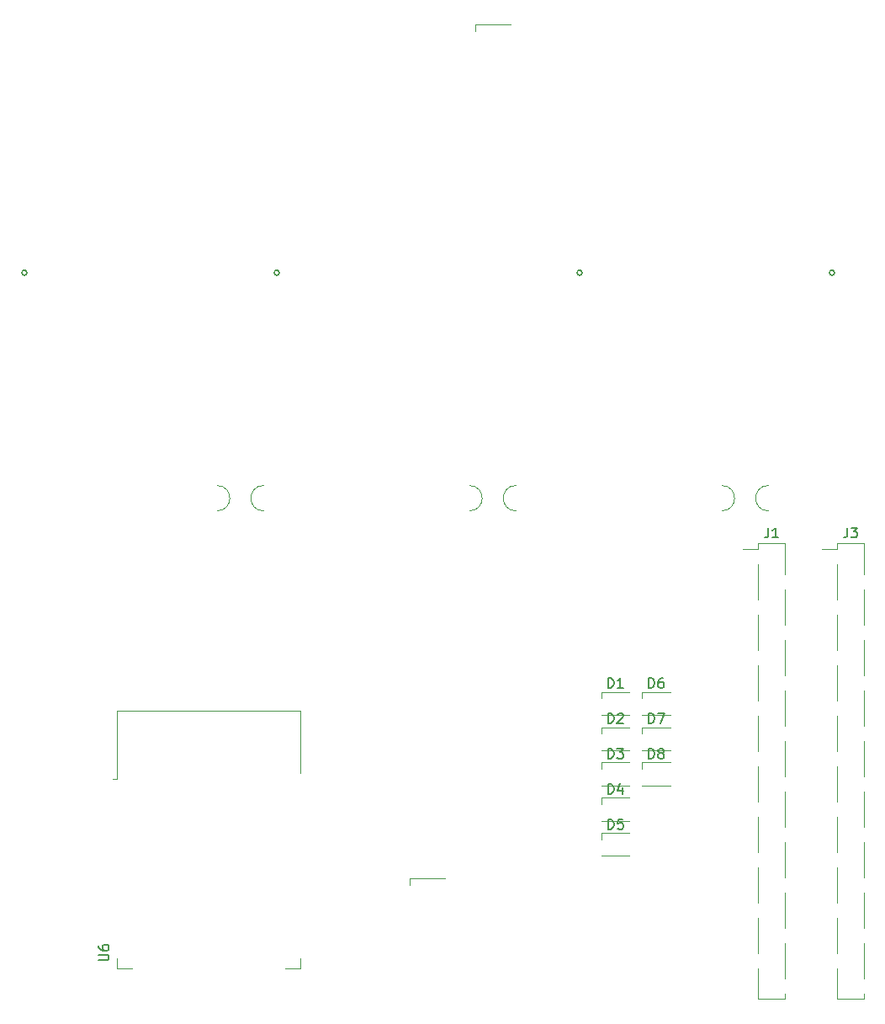
<source format=gbr>
%TF.GenerationSoftware,KiCad,Pcbnew,7.0.10*%
%TF.CreationDate,2024-02-10T11:13:50-05:00*%
%TF.ProjectId,Nixie Clock,4e697869-6520-4436-9c6f-636b2e6b6963,rev?*%
%TF.SameCoordinates,Original*%
%TF.FileFunction,Legend,Top*%
%TF.FilePolarity,Positive*%
%FSLAX46Y46*%
G04 Gerber Fmt 4.6, Leading zero omitted, Abs format (unit mm)*
G04 Created by KiCad (PCBNEW 7.0.10) date 2024-02-10 11:13:50*
%MOMM*%
%LPD*%
G01*
G04 APERTURE LIST*
%ADD10C,0.150000*%
%ADD11C,0.100000*%
%ADD12C,0.120000*%
G04 APERTURE END LIST*
D10*
X189406905Y-129566819D02*
X189406905Y-128566819D01*
X189406905Y-128566819D02*
X189645000Y-128566819D01*
X189645000Y-128566819D02*
X189787857Y-128614438D01*
X189787857Y-128614438D02*
X189883095Y-128709676D01*
X189883095Y-128709676D02*
X189930714Y-128804914D01*
X189930714Y-128804914D02*
X189978333Y-128995390D01*
X189978333Y-128995390D02*
X189978333Y-129138247D01*
X189978333Y-129138247D02*
X189930714Y-129328723D01*
X189930714Y-129328723D02*
X189883095Y-129423961D01*
X189883095Y-129423961D02*
X189787857Y-129519200D01*
X189787857Y-129519200D02*
X189645000Y-129566819D01*
X189645000Y-129566819D02*
X189406905Y-129566819D01*
X190930714Y-129566819D02*
X190359286Y-129566819D01*
X190645000Y-129566819D02*
X190645000Y-128566819D01*
X190645000Y-128566819D02*
X190549762Y-128709676D01*
X190549762Y-128709676D02*
X190454524Y-128804914D01*
X190454524Y-128804914D02*
X190359286Y-128852533D01*
X189406905Y-136666819D02*
X189406905Y-135666819D01*
X189406905Y-135666819D02*
X189645000Y-135666819D01*
X189645000Y-135666819D02*
X189787857Y-135714438D01*
X189787857Y-135714438D02*
X189883095Y-135809676D01*
X189883095Y-135809676D02*
X189930714Y-135904914D01*
X189930714Y-135904914D02*
X189978333Y-136095390D01*
X189978333Y-136095390D02*
X189978333Y-136238247D01*
X189978333Y-136238247D02*
X189930714Y-136428723D01*
X189930714Y-136428723D02*
X189883095Y-136523961D01*
X189883095Y-136523961D02*
X189787857Y-136619200D01*
X189787857Y-136619200D02*
X189645000Y-136666819D01*
X189645000Y-136666819D02*
X189406905Y-136666819D01*
X190311667Y-135666819D02*
X190930714Y-135666819D01*
X190930714Y-135666819D02*
X190597381Y-136047771D01*
X190597381Y-136047771D02*
X190740238Y-136047771D01*
X190740238Y-136047771D02*
X190835476Y-136095390D01*
X190835476Y-136095390D02*
X190883095Y-136143009D01*
X190883095Y-136143009D02*
X190930714Y-136238247D01*
X190930714Y-136238247D02*
X190930714Y-136476342D01*
X190930714Y-136476342D02*
X190883095Y-136571580D01*
X190883095Y-136571580D02*
X190835476Y-136619200D01*
X190835476Y-136619200D02*
X190740238Y-136666819D01*
X190740238Y-136666819D02*
X190454524Y-136666819D01*
X190454524Y-136666819D02*
X190359286Y-136619200D01*
X190359286Y-136619200D02*
X190311667Y-136571580D01*
X189406905Y-140216819D02*
X189406905Y-139216819D01*
X189406905Y-139216819D02*
X189645000Y-139216819D01*
X189645000Y-139216819D02*
X189787857Y-139264438D01*
X189787857Y-139264438D02*
X189883095Y-139359676D01*
X189883095Y-139359676D02*
X189930714Y-139454914D01*
X189930714Y-139454914D02*
X189978333Y-139645390D01*
X189978333Y-139645390D02*
X189978333Y-139788247D01*
X189978333Y-139788247D02*
X189930714Y-139978723D01*
X189930714Y-139978723D02*
X189883095Y-140073961D01*
X189883095Y-140073961D02*
X189787857Y-140169200D01*
X189787857Y-140169200D02*
X189645000Y-140216819D01*
X189645000Y-140216819D02*
X189406905Y-140216819D01*
X190835476Y-139550152D02*
X190835476Y-140216819D01*
X190597381Y-139169200D02*
X190359286Y-139883485D01*
X190359286Y-139883485D02*
X190978333Y-139883485D01*
X189406905Y-143766819D02*
X189406905Y-142766819D01*
X189406905Y-142766819D02*
X189645000Y-142766819D01*
X189645000Y-142766819D02*
X189787857Y-142814438D01*
X189787857Y-142814438D02*
X189883095Y-142909676D01*
X189883095Y-142909676D02*
X189930714Y-143004914D01*
X189930714Y-143004914D02*
X189978333Y-143195390D01*
X189978333Y-143195390D02*
X189978333Y-143338247D01*
X189978333Y-143338247D02*
X189930714Y-143528723D01*
X189930714Y-143528723D02*
X189883095Y-143623961D01*
X189883095Y-143623961D02*
X189787857Y-143719200D01*
X189787857Y-143719200D02*
X189645000Y-143766819D01*
X189645000Y-143766819D02*
X189406905Y-143766819D01*
X190883095Y-142766819D02*
X190406905Y-142766819D01*
X190406905Y-142766819D02*
X190359286Y-143243009D01*
X190359286Y-143243009D02*
X190406905Y-143195390D01*
X190406905Y-143195390D02*
X190502143Y-143147771D01*
X190502143Y-143147771D02*
X190740238Y-143147771D01*
X190740238Y-143147771D02*
X190835476Y-143195390D01*
X190835476Y-143195390D02*
X190883095Y-143243009D01*
X190883095Y-143243009D02*
X190930714Y-143338247D01*
X190930714Y-143338247D02*
X190930714Y-143576342D01*
X190930714Y-143576342D02*
X190883095Y-143671580D01*
X190883095Y-143671580D02*
X190835476Y-143719200D01*
X190835476Y-143719200D02*
X190740238Y-143766819D01*
X190740238Y-143766819D02*
X190502143Y-143766819D01*
X190502143Y-143766819D02*
X190406905Y-143719200D01*
X190406905Y-143719200D02*
X190359286Y-143671580D01*
X193496905Y-129566819D02*
X193496905Y-128566819D01*
X193496905Y-128566819D02*
X193735000Y-128566819D01*
X193735000Y-128566819D02*
X193877857Y-128614438D01*
X193877857Y-128614438D02*
X193973095Y-128709676D01*
X193973095Y-128709676D02*
X194020714Y-128804914D01*
X194020714Y-128804914D02*
X194068333Y-128995390D01*
X194068333Y-128995390D02*
X194068333Y-129138247D01*
X194068333Y-129138247D02*
X194020714Y-129328723D01*
X194020714Y-129328723D02*
X193973095Y-129423961D01*
X193973095Y-129423961D02*
X193877857Y-129519200D01*
X193877857Y-129519200D02*
X193735000Y-129566819D01*
X193735000Y-129566819D02*
X193496905Y-129566819D01*
X194925476Y-128566819D02*
X194735000Y-128566819D01*
X194735000Y-128566819D02*
X194639762Y-128614438D01*
X194639762Y-128614438D02*
X194592143Y-128662057D01*
X194592143Y-128662057D02*
X194496905Y-128804914D01*
X194496905Y-128804914D02*
X194449286Y-128995390D01*
X194449286Y-128995390D02*
X194449286Y-129376342D01*
X194449286Y-129376342D02*
X194496905Y-129471580D01*
X194496905Y-129471580D02*
X194544524Y-129519200D01*
X194544524Y-129519200D02*
X194639762Y-129566819D01*
X194639762Y-129566819D02*
X194830238Y-129566819D01*
X194830238Y-129566819D02*
X194925476Y-129519200D01*
X194925476Y-129519200D02*
X194973095Y-129471580D01*
X194973095Y-129471580D02*
X195020714Y-129376342D01*
X195020714Y-129376342D02*
X195020714Y-129138247D01*
X195020714Y-129138247D02*
X194973095Y-129043009D01*
X194973095Y-129043009D02*
X194925476Y-128995390D01*
X194925476Y-128995390D02*
X194830238Y-128947771D01*
X194830238Y-128947771D02*
X194639762Y-128947771D01*
X194639762Y-128947771D02*
X194544524Y-128995390D01*
X194544524Y-128995390D02*
X194496905Y-129043009D01*
X194496905Y-129043009D02*
X194449286Y-129138247D01*
X193496905Y-133116819D02*
X193496905Y-132116819D01*
X193496905Y-132116819D02*
X193735000Y-132116819D01*
X193735000Y-132116819D02*
X193877857Y-132164438D01*
X193877857Y-132164438D02*
X193973095Y-132259676D01*
X193973095Y-132259676D02*
X194020714Y-132354914D01*
X194020714Y-132354914D02*
X194068333Y-132545390D01*
X194068333Y-132545390D02*
X194068333Y-132688247D01*
X194068333Y-132688247D02*
X194020714Y-132878723D01*
X194020714Y-132878723D02*
X193973095Y-132973961D01*
X193973095Y-132973961D02*
X193877857Y-133069200D01*
X193877857Y-133069200D02*
X193735000Y-133116819D01*
X193735000Y-133116819D02*
X193496905Y-133116819D01*
X194401667Y-132116819D02*
X195068333Y-132116819D01*
X195068333Y-132116819D02*
X194639762Y-133116819D01*
X193496905Y-136666819D02*
X193496905Y-135666819D01*
X193496905Y-135666819D02*
X193735000Y-135666819D01*
X193735000Y-135666819D02*
X193877857Y-135714438D01*
X193877857Y-135714438D02*
X193973095Y-135809676D01*
X193973095Y-135809676D02*
X194020714Y-135904914D01*
X194020714Y-135904914D02*
X194068333Y-136095390D01*
X194068333Y-136095390D02*
X194068333Y-136238247D01*
X194068333Y-136238247D02*
X194020714Y-136428723D01*
X194020714Y-136428723D02*
X193973095Y-136523961D01*
X193973095Y-136523961D02*
X193877857Y-136619200D01*
X193877857Y-136619200D02*
X193735000Y-136666819D01*
X193735000Y-136666819D02*
X193496905Y-136666819D01*
X194639762Y-136095390D02*
X194544524Y-136047771D01*
X194544524Y-136047771D02*
X194496905Y-136000152D01*
X194496905Y-136000152D02*
X194449286Y-135904914D01*
X194449286Y-135904914D02*
X194449286Y-135857295D01*
X194449286Y-135857295D02*
X194496905Y-135762057D01*
X194496905Y-135762057D02*
X194544524Y-135714438D01*
X194544524Y-135714438D02*
X194639762Y-135666819D01*
X194639762Y-135666819D02*
X194830238Y-135666819D01*
X194830238Y-135666819D02*
X194925476Y-135714438D01*
X194925476Y-135714438D02*
X194973095Y-135762057D01*
X194973095Y-135762057D02*
X195020714Y-135857295D01*
X195020714Y-135857295D02*
X195020714Y-135904914D01*
X195020714Y-135904914D02*
X194973095Y-136000152D01*
X194973095Y-136000152D02*
X194925476Y-136047771D01*
X194925476Y-136047771D02*
X194830238Y-136095390D01*
X194830238Y-136095390D02*
X194639762Y-136095390D01*
X194639762Y-136095390D02*
X194544524Y-136143009D01*
X194544524Y-136143009D02*
X194496905Y-136190628D01*
X194496905Y-136190628D02*
X194449286Y-136285866D01*
X194449286Y-136285866D02*
X194449286Y-136476342D01*
X194449286Y-136476342D02*
X194496905Y-136571580D01*
X194496905Y-136571580D02*
X194544524Y-136619200D01*
X194544524Y-136619200D02*
X194639762Y-136666819D01*
X194639762Y-136666819D02*
X194830238Y-136666819D01*
X194830238Y-136666819D02*
X194925476Y-136619200D01*
X194925476Y-136619200D02*
X194973095Y-136571580D01*
X194973095Y-136571580D02*
X195020714Y-136476342D01*
X195020714Y-136476342D02*
X195020714Y-136285866D01*
X195020714Y-136285866D02*
X194973095Y-136190628D01*
X194973095Y-136190628D02*
X194925476Y-136143009D01*
X194925476Y-136143009D02*
X194830238Y-136095390D01*
X189406905Y-133116819D02*
X189406905Y-132116819D01*
X189406905Y-132116819D02*
X189645000Y-132116819D01*
X189645000Y-132116819D02*
X189787857Y-132164438D01*
X189787857Y-132164438D02*
X189883095Y-132259676D01*
X189883095Y-132259676D02*
X189930714Y-132354914D01*
X189930714Y-132354914D02*
X189978333Y-132545390D01*
X189978333Y-132545390D02*
X189978333Y-132688247D01*
X189978333Y-132688247D02*
X189930714Y-132878723D01*
X189930714Y-132878723D02*
X189883095Y-132973961D01*
X189883095Y-132973961D02*
X189787857Y-133069200D01*
X189787857Y-133069200D02*
X189645000Y-133116819D01*
X189645000Y-133116819D02*
X189406905Y-133116819D01*
X190359286Y-132212057D02*
X190406905Y-132164438D01*
X190406905Y-132164438D02*
X190502143Y-132116819D01*
X190502143Y-132116819D02*
X190740238Y-132116819D01*
X190740238Y-132116819D02*
X190835476Y-132164438D01*
X190835476Y-132164438D02*
X190883095Y-132212057D01*
X190883095Y-132212057D02*
X190930714Y-132307295D01*
X190930714Y-132307295D02*
X190930714Y-132402533D01*
X190930714Y-132402533D02*
X190883095Y-132545390D01*
X190883095Y-132545390D02*
X190311667Y-133116819D01*
X190311667Y-133116819D02*
X190930714Y-133116819D01*
X138152819Y-156959904D02*
X138962342Y-156959904D01*
X138962342Y-156959904D02*
X139057580Y-156912285D01*
X139057580Y-156912285D02*
X139105200Y-156864666D01*
X139105200Y-156864666D02*
X139152819Y-156769428D01*
X139152819Y-156769428D02*
X139152819Y-156578952D01*
X139152819Y-156578952D02*
X139105200Y-156483714D01*
X139105200Y-156483714D02*
X139057580Y-156436095D01*
X139057580Y-156436095D02*
X138962342Y-156388476D01*
X138962342Y-156388476D02*
X138152819Y-156388476D01*
X138152819Y-155483714D02*
X138152819Y-155674190D01*
X138152819Y-155674190D02*
X138200438Y-155769428D01*
X138200438Y-155769428D02*
X138248057Y-155817047D01*
X138248057Y-155817047D02*
X138390914Y-155912285D01*
X138390914Y-155912285D02*
X138581390Y-155959904D01*
X138581390Y-155959904D02*
X138962342Y-155959904D01*
X138962342Y-155959904D02*
X139057580Y-155912285D01*
X139057580Y-155912285D02*
X139105200Y-155864666D01*
X139105200Y-155864666D02*
X139152819Y-155769428D01*
X139152819Y-155769428D02*
X139152819Y-155578952D01*
X139152819Y-155578952D02*
X139105200Y-155483714D01*
X139105200Y-155483714D02*
X139057580Y-155436095D01*
X139057580Y-155436095D02*
X138962342Y-155388476D01*
X138962342Y-155388476D02*
X138724247Y-155388476D01*
X138724247Y-155388476D02*
X138629009Y-155436095D01*
X138629009Y-155436095D02*
X138581390Y-155483714D01*
X138581390Y-155483714D02*
X138533771Y-155578952D01*
X138533771Y-155578952D02*
X138533771Y-155769428D01*
X138533771Y-155769428D02*
X138581390Y-155864666D01*
X138581390Y-155864666D02*
X138629009Y-155912285D01*
X138629009Y-155912285D02*
X138724247Y-155959904D01*
X213479666Y-113456819D02*
X213479666Y-114171104D01*
X213479666Y-114171104D02*
X213432047Y-114313961D01*
X213432047Y-114313961D02*
X213336809Y-114409200D01*
X213336809Y-114409200D02*
X213193952Y-114456819D01*
X213193952Y-114456819D02*
X213098714Y-114456819D01*
X213860619Y-113456819D02*
X214479666Y-113456819D01*
X214479666Y-113456819D02*
X214146333Y-113837771D01*
X214146333Y-113837771D02*
X214289190Y-113837771D01*
X214289190Y-113837771D02*
X214384428Y-113885390D01*
X214384428Y-113885390D02*
X214432047Y-113933009D01*
X214432047Y-113933009D02*
X214479666Y-114028247D01*
X214479666Y-114028247D02*
X214479666Y-114266342D01*
X214479666Y-114266342D02*
X214432047Y-114361580D01*
X214432047Y-114361580D02*
X214384428Y-114409200D01*
X214384428Y-114409200D02*
X214289190Y-114456819D01*
X214289190Y-114456819D02*
X214003476Y-114456819D01*
X214003476Y-114456819D02*
X213908238Y-114409200D01*
X213908238Y-114409200D02*
X213860619Y-114361580D01*
X205529666Y-113456819D02*
X205529666Y-114171104D01*
X205529666Y-114171104D02*
X205482047Y-114313961D01*
X205482047Y-114313961D02*
X205386809Y-114409200D01*
X205386809Y-114409200D02*
X205243952Y-114456819D01*
X205243952Y-114456819D02*
X205148714Y-114456819D01*
X206529666Y-114456819D02*
X205958238Y-114456819D01*
X206243952Y-114456819D02*
X206243952Y-113456819D01*
X206243952Y-113456819D02*
X206148714Y-113599676D01*
X206148714Y-113599676D02*
X206053476Y-113694914D01*
X206053476Y-113694914D02*
X205958238Y-113742533D01*
D11*
%TO.C,mouse-bite-2.54mm-slot*%
X200870000Y-111760000D02*
G75*
G03*
X200870000Y-109220000I0J1270000D01*
G01*
X205530000Y-109220000D02*
G75*
G03*
X205530000Y-111760000I0J-1270000D01*
G01*
X175470000Y-111760000D02*
G75*
G03*
X175470000Y-109220000I0J1270000D01*
G01*
X180130000Y-109220000D02*
G75*
G03*
X180130000Y-111760000I0J-1270000D01*
G01*
X154730000Y-109220000D02*
G75*
G03*
X154730000Y-111760000I0J-1270000D01*
G01*
X150070000Y-111760000D02*
G75*
G03*
X150070000Y-109220000I0J1270000D01*
G01*
D12*
%TO.C,D1*%
X188725000Y-129962000D02*
X188725000Y-130612000D01*
X188725000Y-129962000D02*
X191565000Y-129962000D01*
X188725000Y-132262000D02*
X191565000Y-132262000D01*
%TO.C,D3*%
X188725000Y-137062000D02*
X188725000Y-137712000D01*
X188725000Y-137062000D02*
X191565000Y-137062000D01*
X188725000Y-139362000D02*
X191565000Y-139362000D01*
%TO.C,D4*%
X188725000Y-140612000D02*
X188725000Y-141262000D01*
X188725000Y-140612000D02*
X191565000Y-140612000D01*
X188725000Y-142912000D02*
X191565000Y-142912000D01*
%TO.C,D5*%
X188725000Y-144162000D02*
X188725000Y-144812000D01*
X188725000Y-144162000D02*
X191565000Y-144162000D01*
X188725000Y-146462000D02*
X191565000Y-146462000D01*
%TO.C,D6*%
X192815000Y-129962000D02*
X192815000Y-130612000D01*
X192815000Y-129962000D02*
X195655000Y-129962000D01*
X192815000Y-132262000D02*
X195655000Y-132262000D01*
%TO.C,D7*%
X192815000Y-133512000D02*
X192815000Y-134162000D01*
X192815000Y-133512000D02*
X195655000Y-133512000D01*
X192815000Y-135812000D02*
X195655000Y-135812000D01*
%TO.C,D8*%
X192815000Y-137062000D02*
X192815000Y-137712000D01*
X192815000Y-137062000D02*
X195655000Y-137062000D01*
X192815000Y-139362000D02*
X195655000Y-139362000D01*
%TO.C,D2*%
X188725000Y-133512000D02*
X188725000Y-134162000D01*
X188725000Y-133512000D02*
X191565000Y-133512000D01*
X188725000Y-135812000D02*
X191565000Y-135812000D01*
%TO.C,U6*%
X158398000Y-157748000D02*
X158398000Y-156748000D01*
X158398000Y-157748000D02*
X156898000Y-157748000D01*
X139998000Y-138698000D02*
X139998000Y-131898000D01*
X139998000Y-156748000D02*
X139998000Y-157748000D01*
X139998000Y-138698000D02*
X139598000Y-138698000D01*
X158398000Y-131898000D02*
X158398000Y-138098000D01*
X139998000Y-157748000D02*
X141498000Y-157748000D01*
X139998000Y-131898000D02*
X158398000Y-131898000D01*
D11*
%TO.C,PD1*%
X169418000Y-148717000D02*
X172974000Y-148717000D01*
X169418000Y-149352000D02*
X169418000Y-148717000D01*
D10*
%TO.C,U3*%
X186790000Y-87820000D02*
G75*
G03*
X186290000Y-87820000I-250000J0D01*
G01*
X186290000Y-87820000D02*
G75*
G03*
X186790000Y-87820000I250000J0D01*
G01*
D12*
%TO.C,J3*%
X212483000Y-115002000D02*
X212483000Y-115572000D01*
X212483000Y-115002000D02*
X215143000Y-115002000D01*
X212483000Y-115572000D02*
X210963000Y-115572000D01*
X212483000Y-117092000D02*
X212483000Y-120652000D01*
X212483000Y-122172000D02*
X212483000Y-125732000D01*
X212483000Y-127252000D02*
X212483000Y-130812000D01*
X212483000Y-132332000D02*
X212483000Y-135892000D01*
X212483000Y-137412000D02*
X212483000Y-140972000D01*
X212483000Y-142492000D02*
X212483000Y-146052000D01*
X212483000Y-147572000D02*
X212483000Y-151132000D01*
X212483000Y-152652000D02*
X212483000Y-156212000D01*
X212483000Y-157732000D02*
X212483000Y-160842000D01*
X212483000Y-160842000D02*
X215143000Y-160842000D01*
X215143000Y-115002000D02*
X215143000Y-118112000D01*
X215143000Y-119632000D02*
X215143000Y-123192000D01*
X215143000Y-124712000D02*
X215143000Y-128272000D01*
X215143000Y-129792000D02*
X215143000Y-133352000D01*
X215143000Y-134872000D02*
X215143000Y-138432000D01*
X215143000Y-139952000D02*
X215143000Y-143512000D01*
X215143000Y-145032000D02*
X215143000Y-148592000D01*
X215143000Y-150112000D02*
X215143000Y-153672000D01*
X215143000Y-155192000D02*
X215143000Y-158752000D01*
X215143000Y-160272000D02*
X215143000Y-160842000D01*
D11*
%TO.C,REF\u002A\u002A*%
X176022000Y-62865000D02*
X179578000Y-62865000D01*
X176022000Y-63500000D02*
X176022000Y-62865000D01*
D10*
%TO.C,U1*%
X130910000Y-87820000D02*
G75*
G03*
X130410000Y-87820000I-250000J0D01*
G01*
X130410000Y-87820000D02*
G75*
G03*
X130910000Y-87820000I250000J0D01*
G01*
D12*
%TO.C,J1*%
X204533000Y-115002000D02*
X204533000Y-115572000D01*
X204533000Y-115002000D02*
X207193000Y-115002000D01*
X204533000Y-115572000D02*
X203013000Y-115572000D01*
X204533000Y-117092000D02*
X204533000Y-120652000D01*
X204533000Y-122172000D02*
X204533000Y-125732000D01*
X204533000Y-127252000D02*
X204533000Y-130812000D01*
X204533000Y-132332000D02*
X204533000Y-135892000D01*
X204533000Y-137412000D02*
X204533000Y-140972000D01*
X204533000Y-142492000D02*
X204533000Y-146052000D01*
X204533000Y-147572000D02*
X204533000Y-151132000D01*
X204533000Y-152652000D02*
X204533000Y-156212000D01*
X204533000Y-157732000D02*
X204533000Y-160842000D01*
X204533000Y-160842000D02*
X207193000Y-160842000D01*
X207193000Y-115002000D02*
X207193000Y-118112000D01*
X207193000Y-119632000D02*
X207193000Y-123192000D01*
X207193000Y-124712000D02*
X207193000Y-128272000D01*
X207193000Y-129792000D02*
X207193000Y-133352000D01*
X207193000Y-134872000D02*
X207193000Y-138432000D01*
X207193000Y-139952000D02*
X207193000Y-143512000D01*
X207193000Y-145032000D02*
X207193000Y-148592000D01*
X207193000Y-150112000D02*
X207193000Y-153672000D01*
X207193000Y-155192000D02*
X207193000Y-158752000D01*
X207193000Y-160272000D02*
X207193000Y-160842000D01*
D10*
%TO.C,U2*%
X156310000Y-87820000D02*
G75*
G03*
X155810000Y-87820000I-250000J0D01*
G01*
X155810000Y-87820000D02*
G75*
G03*
X156310000Y-87820000I250000J0D01*
G01*
%TO.C,U4*%
X212190000Y-87820000D02*
G75*
G03*
X211690000Y-87820000I-250000J0D01*
G01*
X211690000Y-87820000D02*
G75*
G03*
X212190000Y-87820000I250000J0D01*
G01*
%TD*%
M02*

</source>
